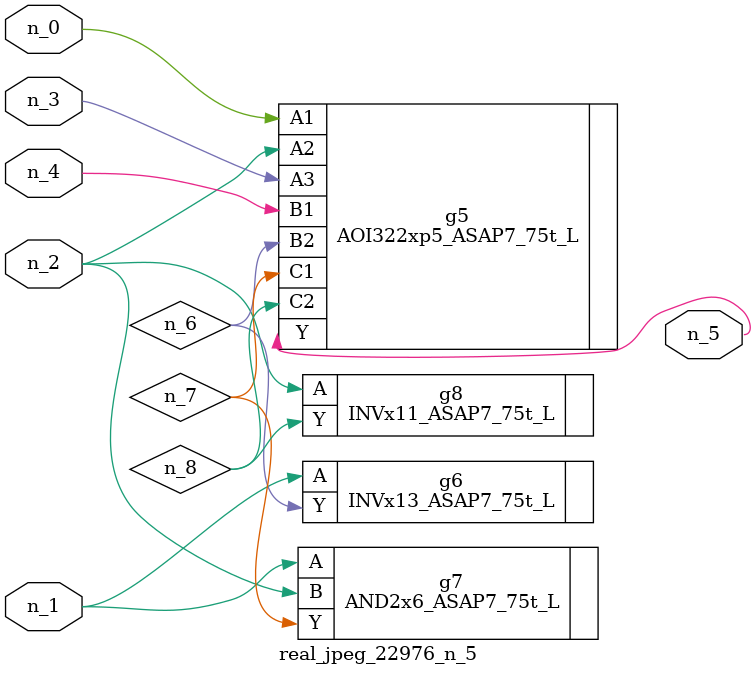
<source format=v>
module real_jpeg_22976_n_5 (n_4, n_0, n_1, n_2, n_3, n_5);

input n_4;
input n_0;
input n_1;
input n_2;
input n_3;

output n_5;

wire n_8;
wire n_6;
wire n_7;

AOI322xp5_ASAP7_75t_L g5 ( 
.A1(n_0),
.A2(n_2),
.A3(n_3),
.B1(n_4),
.B2(n_6),
.C1(n_7),
.C2(n_8),
.Y(n_5)
);

INVx13_ASAP7_75t_L g6 ( 
.A(n_1),
.Y(n_6)
);

AND2x6_ASAP7_75t_L g7 ( 
.A(n_1),
.B(n_2),
.Y(n_7)
);

INVx11_ASAP7_75t_L g8 ( 
.A(n_2),
.Y(n_8)
);


endmodule
</source>
